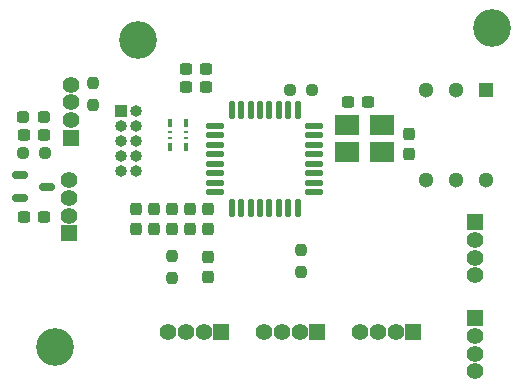
<source format=gbr>
%TF.GenerationSoftware,KiCad,Pcbnew,(6.0.11)*%
%TF.CreationDate,2024-05-16T18:38:15+09:00*%
%TF.ProjectId,active-marker-pcb,61637469-7665-42d6-9d61-726b65722d70,rev?*%
%TF.SameCoordinates,Original*%
%TF.FileFunction,Soldermask,Bot*%
%TF.FilePolarity,Negative*%
%FSLAX46Y46*%
G04 Gerber Fmt 4.6, Leading zero omitted, Abs format (unit mm)*
G04 Created by KiCad (PCBNEW (6.0.11)) date 2024-05-16 18:38:15*
%MOMM*%
%LPD*%
G01*
G04 APERTURE LIST*
G04 Aperture macros list*
%AMRoundRect*
0 Rectangle with rounded corners*
0 $1 Rounding radius*
0 $2 $3 $4 $5 $6 $7 $8 $9 X,Y pos of 4 corners*
0 Add a 4 corners polygon primitive as box body*
4,1,4,$2,$3,$4,$5,$6,$7,$8,$9,$2,$3,0*
0 Add four circle primitives for the rounded corners*
1,1,$1+$1,$2,$3*
1,1,$1+$1,$4,$5*
1,1,$1+$1,$6,$7*
1,1,$1+$1,$8,$9*
0 Add four rect primitives between the rounded corners*
20,1,$1+$1,$2,$3,$4,$5,0*
20,1,$1+$1,$4,$5,$6,$7,0*
20,1,$1+$1,$6,$7,$8,$9,0*
20,1,$1+$1,$8,$9,$2,$3,0*%
G04 Aperture macros list end*
%ADD10C,3.200000*%
%ADD11C,1.412000*%
%ADD12RoundRect,0.102000X0.604000X0.604000X-0.604000X0.604000X-0.604000X-0.604000X0.604000X-0.604000X0*%
%ADD13RoundRect,0.102000X0.604000X-0.604000X0.604000X0.604000X-0.604000X0.604000X-0.604000X-0.604000X0*%
%ADD14RoundRect,0.102000X-0.604000X0.604000X-0.604000X-0.604000X0.604000X-0.604000X0.604000X0.604000X0*%
%ADD15R,1.000000X1.000000*%
%ADD16O,1.000000X1.000000*%
%ADD17R,1.300000X1.300000*%
%ADD18C,1.300000*%
%ADD19RoundRect,0.237500X-0.250000X-0.237500X0.250000X-0.237500X0.250000X0.237500X-0.250000X0.237500X0*%
%ADD20RoundRect,0.125000X0.625000X0.125000X-0.625000X0.125000X-0.625000X-0.125000X0.625000X-0.125000X0*%
%ADD21RoundRect,0.125000X0.125000X0.625000X-0.125000X0.625000X-0.125000X-0.625000X0.125000X-0.625000X0*%
%ADD22RoundRect,0.237500X0.300000X0.237500X-0.300000X0.237500X-0.300000X-0.237500X0.300000X-0.237500X0*%
%ADD23RoundRect,0.237500X0.237500X-0.287500X0.237500X0.287500X-0.237500X0.287500X-0.237500X-0.287500X0*%
%ADD24RoundRect,0.237500X0.237500X-0.300000X0.237500X0.300000X-0.237500X0.300000X-0.237500X-0.300000X0*%
%ADD25RoundRect,0.150000X-0.512500X-0.150000X0.512500X-0.150000X0.512500X0.150000X-0.512500X0.150000X0*%
%ADD26RoundRect,0.237500X0.237500X-0.250000X0.237500X0.250000X-0.237500X0.250000X-0.237500X-0.250000X0*%
%ADD27RoundRect,0.237500X-0.300000X-0.237500X0.300000X-0.237500X0.300000X0.237500X-0.300000X0.237500X0*%
%ADD28RoundRect,0.237500X-0.237500X0.300000X-0.237500X-0.300000X0.237500X-0.300000X0.237500X0.300000X0*%
%ADD29R,0.406400X0.711200*%
%ADD30R,0.406400X0.203200*%
%ADD31R,2.100000X1.800000*%
%ADD32RoundRect,0.237500X-0.287500X-0.237500X0.287500X-0.237500X0.287500X0.237500X-0.287500X0.237500X0*%
G04 APERTURE END LIST*
D10*
%TO.C,H3*%
X111000000Y-90000000D03*
%TD*%
%TO.C,H2*%
X141000000Y-89000000D03*
%TD*%
%TO.C,H1*%
X104000000Y-116000000D03*
%TD*%
D11*
%TO.C,J3*%
X113574000Y-114707000D03*
X115074000Y-114707000D03*
X116574000Y-114707000D03*
D12*
X118074000Y-114707000D03*
%TD*%
D11*
%TO.C,J13*%
X105345000Y-93786000D03*
X105345000Y-95286000D03*
X105345000Y-96786000D03*
D13*
X105345000Y-98286000D03*
%TD*%
D11*
%TO.C,J2*%
X105217000Y-101882000D03*
X105217000Y-103382000D03*
X105217000Y-104882000D03*
D13*
X105217000Y-106382000D03*
%TD*%
D11*
%TO.C,J7*%
X139599000Y-109946000D03*
X139599000Y-108446000D03*
X139599000Y-106946000D03*
D14*
X139599000Y-105446000D03*
%TD*%
D11*
%TO.C,J5*%
X129830000Y-114707000D03*
X131330000Y-114707000D03*
X132830000Y-114707000D03*
D12*
X134330000Y-114707000D03*
%TD*%
D11*
%TO.C,J6*%
X139599000Y-118074000D03*
X139599000Y-116574000D03*
X139599000Y-115074000D03*
D14*
X139599000Y-113574000D03*
%TD*%
D11*
%TO.C,J4*%
X121702000Y-114707000D03*
X123202000Y-114707000D03*
X124702000Y-114707000D03*
D12*
X126202000Y-114707000D03*
%TD*%
D15*
%TO.C,J1*%
X109562000Y-96026000D03*
D16*
X110832000Y-96026000D03*
X109562000Y-97296000D03*
X110832000Y-97296000D03*
X109562000Y-98566000D03*
X110832000Y-98566000D03*
X109562000Y-99836000D03*
X110832000Y-99836000D03*
X109562000Y-101106000D03*
X110832000Y-101106000D03*
%TD*%
D17*
%TO.C,U1*%
X140462000Y-94258000D03*
D18*
X135382000Y-101878000D03*
X135382000Y-94258000D03*
X140462000Y-101878000D03*
X137922000Y-94258000D03*
X137922000Y-101878000D03*
%TD*%
D19*
%TO.C,R4*%
X123889500Y-94258000D03*
X125714500Y-94258000D03*
%TD*%
D20*
%TO.C,U6*%
X125929000Y-97300000D03*
X125929000Y-98100000D03*
X125929000Y-98900000D03*
X125929000Y-99700000D03*
X125929000Y-100500000D03*
X125929000Y-101300000D03*
X125929000Y-102100000D03*
X125929000Y-102900000D03*
D21*
X124554000Y-104275000D03*
X123754000Y-104275000D03*
X122954000Y-104275000D03*
X122154000Y-104275000D03*
X121354000Y-104275000D03*
X120554000Y-104275000D03*
X119754000Y-104275000D03*
X118954000Y-104275000D03*
D20*
X117579000Y-102900000D03*
X117579000Y-102100000D03*
X117579000Y-101300000D03*
X117579000Y-100500000D03*
X117579000Y-99700000D03*
X117579000Y-98900000D03*
X117579000Y-98100000D03*
X117579000Y-97300000D03*
D21*
X118954000Y-95925000D03*
X119754000Y-95925000D03*
X120554000Y-95925000D03*
X121354000Y-95925000D03*
X122154000Y-95925000D03*
X122954000Y-95925000D03*
X123754000Y-95925000D03*
X124554000Y-95925000D03*
%TD*%
D22*
%TO.C,C6*%
X116774500Y-92480000D03*
X115049500Y-92480000D03*
%TD*%
D23*
%TO.C,D2*%
X116928000Y-106055000D03*
X116928000Y-104305000D03*
%TD*%
D24*
%TO.C,C7*%
X116928000Y-110082500D03*
X116928000Y-108357500D03*
%TD*%
D25*
%TO.C,U2*%
X101058500Y-103376000D03*
X101058500Y-101476000D03*
X103333500Y-102426000D03*
%TD*%
D26*
%TO.C,R6*%
X124802000Y-109648500D03*
X124802000Y-107823500D03*
%TD*%
D27*
%TO.C,C2*%
X101333500Y-98068000D03*
X103058500Y-98068000D03*
%TD*%
D28*
%TO.C,C10*%
X112356000Y-104317500D03*
X112356000Y-106042500D03*
%TD*%
%TO.C,C13*%
X115404000Y-104317500D03*
X115404000Y-106042500D03*
%TD*%
D27*
%TO.C,C4*%
X128765500Y-95274000D03*
X130490500Y-95274000D03*
%TD*%
D26*
%TO.C,R1*%
X113880000Y-110132500D03*
X113880000Y-108307500D03*
%TD*%
D28*
%TO.C,C9*%
X110832000Y-104317500D03*
X110832000Y-106042500D03*
%TD*%
D22*
%TO.C,C1*%
X103058500Y-104966000D03*
X101333500Y-104966000D03*
%TD*%
%TO.C,C5*%
X116774500Y-94004000D03*
X115049500Y-94004000D03*
%TD*%
D29*
%TO.C,RN2*%
X113727600Y-99071300D03*
X115048400Y-99071300D03*
D30*
X113727600Y-98318063D03*
X115048400Y-98318063D03*
X113727600Y-97817937D03*
X115048400Y-97817937D03*
D29*
X113727600Y-97064700D03*
X115048400Y-97064700D03*
%TD*%
D28*
%TO.C,C11*%
X113880000Y-104317500D03*
X113880000Y-106042500D03*
%TD*%
D19*
%TO.C,R5*%
X101283500Y-99592000D03*
X103108500Y-99592000D03*
%TD*%
D24*
%TO.C,C3*%
X133946000Y-99692500D03*
X133946000Y-97967500D03*
%TD*%
D31*
%TO.C,Y1*%
X128760000Y-97172000D03*
X131660000Y-97172000D03*
X131660000Y-99472000D03*
X128760000Y-99472000D03*
%TD*%
D26*
%TO.C,R3*%
X107188000Y-95504000D03*
X107188000Y-93679000D03*
%TD*%
D32*
%TO.C,D1*%
X101321000Y-96544000D03*
X103071000Y-96544000D03*
%TD*%
M02*

</source>
